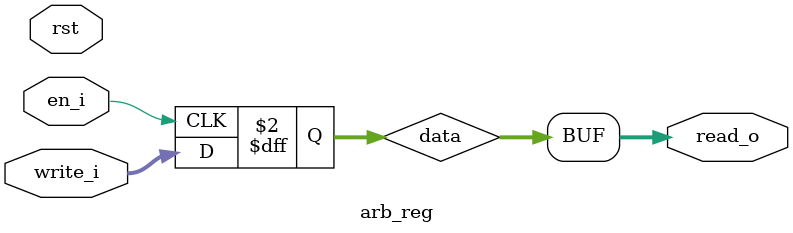
<source format=sv>
/*-----------------------------------------------------
Design Name : CAM
File Name   : FF.sv
Function    : Flip flop- modified from basic definition to support matching functionality
*///-----------------------------------------------------

module arb_reg (
	//input clk,
	input rst,

	input en_i,
	input [2:0] write_i,
	
	output [2:0] read_o
);

reg [2:0] data;


/*
 * the write block
 */
always_ff @(posedge en_i) begin
//	if (rst)
//		data <= '0;
//	else if (en_i)
		data <= write_i;
//	else
//		data <=data;		// keep writing the data back
end

/*
 * the read block
 */

assign read_o = data;

endmodule

</source>
